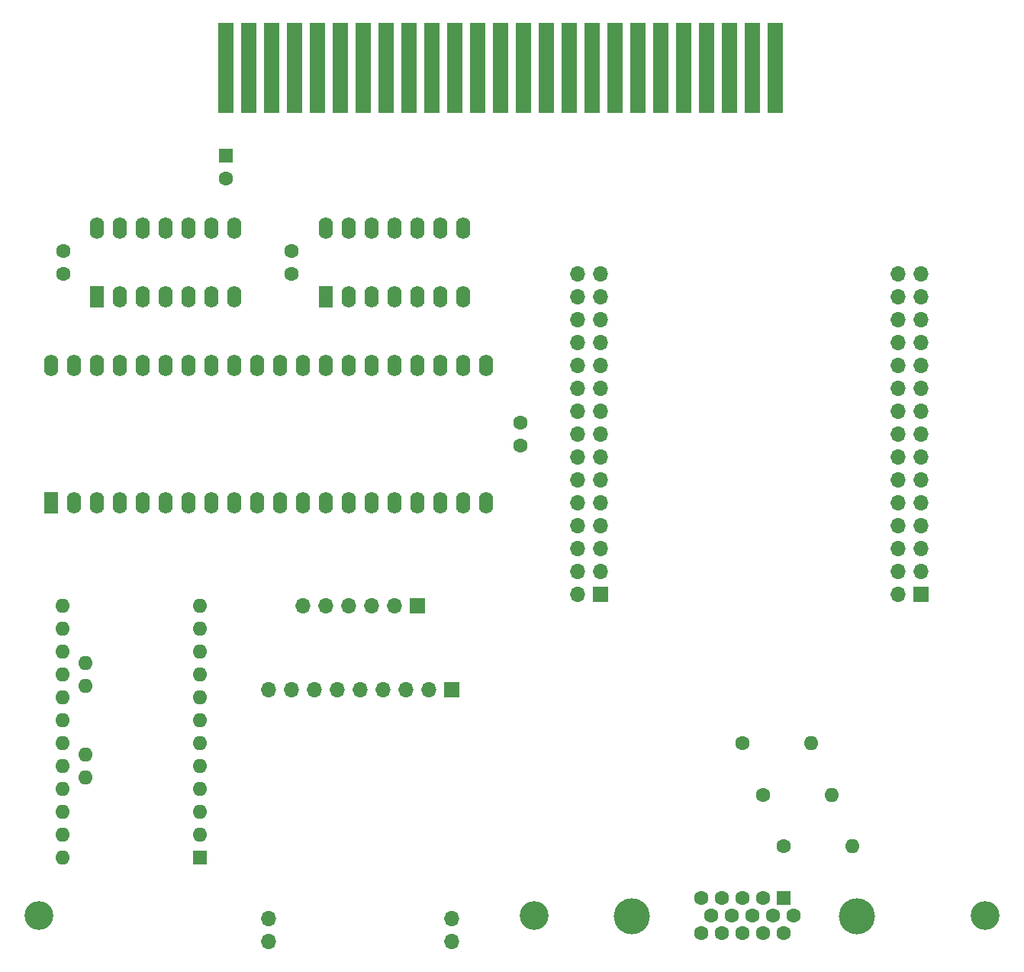
<source format=gbs>
G04 #@! TF.GenerationSoftware,KiCad,Pcbnew,(5.1.9)-1*
G04 #@! TF.CreationDate,2026-02-04T18:39:53+09:00*
G04 #@! TF.ProjectId,MZ-1500_SD+NRF,4d5a2d31-3530-4305-9f53-442b4e52462e,rev?*
G04 #@! TF.SameCoordinates,PX4395450PY98005a8*
G04 #@! TF.FileFunction,Soldermask,Bot*
G04 #@! TF.FilePolarity,Negative*
%FSLAX46Y46*%
G04 Gerber Fmt 4.6, Leading zero omitted, Abs format (unit mm)*
G04 Created by KiCad (PCBNEW (5.1.9)-1) date 2026-02-04 18:39:53*
%MOMM*%
%LPD*%
G01*
G04 APERTURE LIST*
%ADD10C,3.200000*%
%ADD11C,1.600000*%
%ADD12R,1.700000X1.700000*%
%ADD13O,1.700000X1.700000*%
%ADD14O,1.600000X2.400000*%
%ADD15R,1.600000X2.400000*%
%ADD16R,1.600000X1.600000*%
%ADD17O,1.600000X1.600000*%
%ADD18R,1.780000X10.000000*%
%ADD19C,4.000000*%
G04 APERTURE END LIST*
D10*
X110000000Y5000000D03*
X5000000Y5000000D03*
X60000000Y5000000D03*
D11*
X7747000Y76240000D03*
X7747000Y78740000D03*
X33020000Y78740000D03*
X33020000Y76240000D03*
X58420000Y59690000D03*
X58420000Y57190000D03*
D12*
X46990000Y39370000D03*
D13*
X44450000Y39370000D03*
X41910000Y39370000D03*
X39370000Y39370000D03*
X36830000Y39370000D03*
X34290000Y39370000D03*
D14*
X36830000Y81280000D03*
X52070000Y73660000D03*
X39370000Y81280000D03*
X49530000Y73660000D03*
X41910000Y81280000D03*
X46990000Y73660000D03*
X44450000Y81280000D03*
X44450000Y73660000D03*
X46990000Y81280000D03*
X41910000Y73660000D03*
X49530000Y81280000D03*
X39370000Y73660000D03*
X52070000Y81280000D03*
D15*
X36830000Y73660000D03*
X6350000Y50800000D03*
D14*
X54610000Y66040000D03*
X8890000Y50800000D03*
X52070000Y66040000D03*
X11430000Y50800000D03*
X49530000Y66040000D03*
X13970000Y50800000D03*
X46990000Y66040000D03*
X16510000Y50800000D03*
X44450000Y66040000D03*
X19050000Y50800000D03*
X41910000Y66040000D03*
X21590000Y50800000D03*
X39370000Y66040000D03*
X24130000Y50800000D03*
X36830000Y66040000D03*
X26670000Y50800000D03*
X34290000Y66040000D03*
X29210000Y50800000D03*
X31750000Y66040000D03*
X31750000Y50800000D03*
X29210000Y66040000D03*
X34290000Y50800000D03*
X26670000Y66040000D03*
X36830000Y50800000D03*
X24130000Y66040000D03*
X39370000Y50800000D03*
X21590000Y66040000D03*
X41910000Y50800000D03*
X19050000Y66040000D03*
X44450000Y50800000D03*
X16510000Y66040000D03*
X46990000Y50800000D03*
X13970000Y66040000D03*
X49530000Y50800000D03*
X11430000Y66040000D03*
X52070000Y50800000D03*
X8890000Y66040000D03*
X54610000Y50800000D03*
X6350000Y66040000D03*
D12*
X50800000Y30099000D03*
D13*
X48260000Y30099000D03*
X45720000Y30099000D03*
X43180000Y30099000D03*
X40640000Y30099000D03*
X38100000Y30099000D03*
X35560000Y30099000D03*
X33020000Y30099000D03*
X30480000Y30099000D03*
X30480000Y2159000D03*
X30480000Y4699000D03*
X50800000Y2159000D03*
X50800000Y4699000D03*
D16*
X22860000Y11430000D03*
D17*
X22860000Y13970000D03*
X22860000Y16510000D03*
X7620000Y39370000D03*
X22860000Y19050000D03*
X7620000Y36830000D03*
X22860000Y21590000D03*
X7620000Y34290000D03*
X22860000Y24130000D03*
X7620000Y31750000D03*
X22860000Y26670000D03*
X7620000Y29210000D03*
X22860000Y29210000D03*
X7620000Y26670000D03*
X22860000Y31750000D03*
X7620000Y24130000D03*
X22860000Y34290000D03*
X7620000Y21590000D03*
X22860000Y36830000D03*
X7620000Y19050000D03*
X22860000Y39370000D03*
X7620000Y16510000D03*
X7620000Y13970000D03*
X7620000Y11430000D03*
X10160000Y20320000D03*
X10160000Y22860000D03*
X10160000Y30480000D03*
X10160000Y33020000D03*
D18*
X25764000Y99060000D03*
X28304000Y99060000D03*
X30844000Y99060000D03*
X33384000Y99060000D03*
X35924000Y99060000D03*
X38464000Y99060000D03*
X41004000Y99060000D03*
X43544000Y99060000D03*
X46084000Y99060000D03*
X48624000Y99060000D03*
X51164000Y99060000D03*
X53704000Y99060000D03*
X56244000Y99060000D03*
X58784000Y99060000D03*
X61324000Y99060000D03*
X63864000Y99060000D03*
X66404000Y99060000D03*
X68944000Y99060000D03*
X71484000Y99060000D03*
X74024000Y99060000D03*
X76564000Y99060000D03*
X79104000Y99060000D03*
X81644000Y99060000D03*
X84184000Y99060000D03*
X86724000Y99060000D03*
D16*
X25768300Y89293700D03*
D11*
X25768300Y86793700D03*
D16*
X87630000Y6985000D03*
D11*
X85340000Y6985000D03*
X83050000Y6985000D03*
X80760000Y6985000D03*
X78470000Y6985000D03*
X88775000Y5005000D03*
X86485000Y5005000D03*
X84195000Y5005000D03*
X81905000Y5005000D03*
X79615000Y5005000D03*
X87630000Y3025000D03*
X85340000Y3025000D03*
X83050000Y3025000D03*
X80760000Y3025000D03*
X78470000Y3025000D03*
D19*
X70815000Y4935000D03*
X95815000Y4935000D03*
D11*
X87630000Y12700000D03*
D17*
X95250000Y12700000D03*
X90678000Y24130000D03*
D11*
X83058000Y24130000D03*
X85344000Y18415000D03*
D17*
X92964000Y18415000D03*
D15*
X11430000Y73660000D03*
D14*
X26670000Y81280000D03*
X13970000Y73660000D03*
X24130000Y81280000D03*
X16510000Y73660000D03*
X21590000Y81280000D03*
X19050000Y73660000D03*
X19050000Y81280000D03*
X21590000Y73660000D03*
X16510000Y81280000D03*
X24130000Y73660000D03*
X13970000Y81280000D03*
X26670000Y73660000D03*
X11430000Y81280000D03*
D12*
X102870000Y40640000D03*
D13*
X100330000Y40640000D03*
X102870000Y43180000D03*
X100330000Y43180000D03*
X102870000Y45720000D03*
X100330000Y45720000D03*
X102870000Y48260000D03*
X100330000Y48260000D03*
X102870000Y50800000D03*
X100330000Y50800000D03*
X102870000Y53340000D03*
X100330000Y53340000D03*
X102870000Y55880000D03*
X100330000Y55880000D03*
X102870000Y58420000D03*
X100330000Y58420000D03*
X102870000Y60960000D03*
X100330000Y60960000D03*
X102870000Y63500000D03*
X100330000Y63500000D03*
X102870000Y66040000D03*
X100330000Y66040000D03*
X102870000Y68580000D03*
X100330000Y68580000D03*
X102870000Y71120000D03*
X100330000Y71120000D03*
X102870000Y73660000D03*
X100330000Y73660000D03*
X102870000Y76200000D03*
X100330000Y76200000D03*
X64770000Y76200000D03*
X67310000Y76200000D03*
X64770000Y73660000D03*
X67310000Y73660000D03*
X64770000Y71120000D03*
X67310000Y71120000D03*
X64770000Y68580000D03*
X67310000Y68580000D03*
X64770000Y66040000D03*
X67310000Y66040000D03*
X64770000Y63500000D03*
X67310000Y63500000D03*
X64770000Y60960000D03*
X67310000Y60960000D03*
X64770000Y58420000D03*
X67310000Y58420000D03*
X64770000Y55880000D03*
X67310000Y55880000D03*
X64770000Y53340000D03*
X67310000Y53340000D03*
X64770000Y50800000D03*
X67310000Y50800000D03*
X64770000Y48260000D03*
X67310000Y48260000D03*
X64770000Y45720000D03*
X67310000Y45720000D03*
X64770000Y43180000D03*
X67310000Y43180000D03*
X64770000Y40640000D03*
D12*
X67310000Y40640000D03*
M02*

</source>
